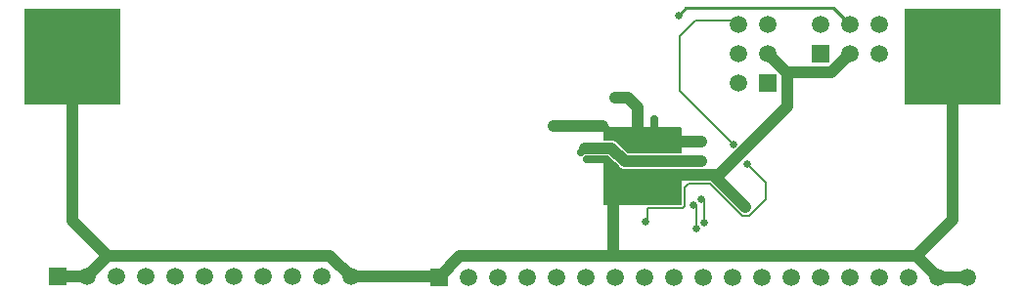
<source format=gbr>
G04 DipTrace 3.0.0.2*
G04 Bottom.gbr*
%MOIN*%
G04 #@! TF.FileFunction,Copper,L2,Bot*
G04 #@! TF.Part,Single*
G04 #@! TA.AperFunction,CopperBalancing*
%ADD13C,0.006*%
G04 #@! TA.AperFunction,Conductor*
%ADD14C,0.008*%
G04 #@! TA.AperFunction,ViaPad*
%ADD16C,0.025*%
%ADD19C,0.04*%
G04 #@! TA.AperFunction,Conductor*
%ADD21C,0.01*%
G04 #@! TA.AperFunction,ComponentPad*
%ADD22R,0.059055X0.059055*%
%ADD23C,0.059055*%
%ADD32R,0.325X0.325*%
%FSLAX26Y26*%
G04*
G70*
G90*
G75*
G01*
G04 Bottom*
%LPD*%
X2323701Y869701D2*
D16*
X2337213Y883213D1*
D19*
X2426685D1*
X2472197Y837701D1*
X2734701D1*
X2572685Y981213D2*
D16*
Y919213D1*
X2535685Y882213D1*
X2517701Y1020701D2*
D19*
Y931197D1*
X2541685Y907213D1*
X2619685D1*
D16*
X2632685Y920213D1*
X2738685Y791213D2*
D19*
X2542685D1*
D14*
X2535685Y798213D1*
X2341685Y844213D2*
D16*
X2402685D1*
D14*
X2453685Y793213D1*
X2530685D1*
X2535685Y798213D1*
Y882213D2*
X2594685D1*
X2632685Y920213D1*
X2884685Y681213D2*
D19*
X2774685Y791213D1*
X2738685D1*
X2732701Y905701D2*
X2647197D1*
D16*
X2632685Y920213D1*
X1538701Y443701D2*
D19*
X1836701D1*
X1838701Y441701D1*
X538701Y443701D2*
X638701D1*
X3538701Y441701D2*
X3638701D1*
X638701Y443701D2*
X709701Y514701D1*
X1467701D1*
X1538701Y443701D1*
X1838701Y441701D2*
X1910701Y513701D1*
X2432685D1*
X3466701D1*
X3473637Y506765D1*
X3538701Y441701D1*
X2432685Y720213D2*
Y513701D1*
X2229213Y958213D2*
X2397685D1*
D16*
X2411705Y944193D1*
X2434685Y921213D1*
X2738685Y791213D2*
D19*
X2794213D1*
X3026701Y1023701D1*
Y1139701D1*
X2960701Y1205701D1*
X2432685Y720213D2*
D13*
X2457685D1*
X2535685Y798213D1*
X3588701Y1193701D2*
D19*
Y637701D1*
X3473637Y522637D1*
Y506765D1*
X588701Y1193701D2*
Y635701D1*
X709701Y514701D1*
X3025701Y1140701D2*
X3175701D1*
X3238701Y1203701D1*
X2517701Y1020701D2*
X2484701Y1053701D1*
X2438701D1*
X2655701Y1335701D2*
D21*
X2680701Y1360701D1*
X3181701D1*
X3238701Y1303701D1*
X2542701Y630701D2*
D13*
X2549701D1*
Y677701D1*
X2669701D1*
X2676701Y684701D1*
Y749701D1*
X2688701Y761701D1*
X2762701D1*
X2872701Y651701D1*
X2896701D1*
X2953701Y708701D1*
Y763701D1*
X2890701Y826701D1*
X2842701Y894701D2*
Y893701D1*
X2658701Y1077701D1*
Y1263701D1*
X2714701Y1319701D1*
X2846701D1*
X2860701Y1305701D1*
X2707701Y687701D2*
X2717701D1*
Y609701D1*
X2732701Y707701D2*
X2742701D1*
Y628701D1*
D16*
X2323701Y869701D3*
D19*
X2734701Y837701D3*
D3*
X2738685Y791213D3*
D16*
X2341685Y844213D3*
D19*
X2884685Y681213D3*
X2738685Y791213D3*
X2732701Y905701D3*
X2229213Y958213D3*
X2738685Y791213D3*
D16*
X2655701Y1335701D3*
X2542701Y630701D3*
X2890701Y826701D3*
X2842701Y894701D3*
X2717701Y609701D3*
X2742701Y628701D3*
X2434685Y921213D3*
X2432685Y720213D3*
X2632685Y722213D3*
Y920213D3*
X2535685Y798213D3*
Y882213D3*
X2572685Y981213D3*
D19*
X2517701Y1020701D3*
D16*
X2707701Y687701D3*
X2732701Y707701D3*
D19*
X2438701Y1053701D3*
X2404285Y945344D2*
D13*
X2664086D1*
X2404285Y939475D2*
X2664086D1*
X2404285Y933607D2*
X2664086D1*
X2404285Y927738D2*
X2664086D1*
X2404285Y921869D2*
X2664086D1*
X2404285Y916000D2*
X2664086D1*
X2438673Y910131D2*
X2664086D1*
X2447557Y904263D2*
X2664086D1*
X2453440Y898394D2*
X2664086D1*
X2459311Y892525D2*
X2664086D1*
X2465170Y886656D2*
X2664086D1*
X2471041Y880788D2*
X2664086D1*
X2476912Y874919D2*
X2664086D1*
X2482784Y869050D2*
X2664086D1*
X2404285Y851444D2*
X2416521D1*
X2404285Y845575D2*
X2422391D1*
X2404285Y839706D2*
X2428263D1*
X2404285Y833837D2*
X2434122D1*
X2404285Y827969D2*
X2439994D1*
X2404285Y822100D2*
X2445865D1*
X2404285Y816231D2*
X2451771D1*
X2404285Y810362D2*
X2461263D1*
X2404285Y804494D2*
X2664086D1*
X2404285Y798625D2*
X2664086D1*
X2404285Y792756D2*
X2664086D1*
X2404285Y786887D2*
X2664086D1*
X2404285Y781019D2*
X2664086D1*
X2404285Y775150D2*
X2664086D1*
X2404285Y769281D2*
X2664086D1*
X2404285Y763412D2*
X2664086D1*
X2404285Y757544D2*
X2664086D1*
X2404285Y751675D2*
X2664086D1*
X2404285Y745806D2*
X2664086D1*
X2404285Y739937D2*
X2664086D1*
X2404285Y734068D2*
X2664086D1*
X2404285Y728200D2*
X2664086D1*
X2404285Y722331D2*
X2664086D1*
X2404285Y716462D2*
X2664086D1*
X2404285Y710593D2*
X2664086D1*
X2404285Y704725D2*
X2664086D1*
X2404285Y698856D2*
X2664086D1*
X2404285Y692987D2*
X2664086D1*
X2403670Y912453D2*
X2426685D1*
X2428979Y912362D1*
X2431259Y912093D1*
X2433511Y911645D1*
X2435721Y911021D1*
X2437876Y910227D1*
X2439960Y909265D1*
X2441963Y908145D1*
X2443872Y906869D1*
X2445675Y905448D1*
X2447361Y903889D1*
X2484327Y866923D1*
X2664701Y866941D1*
X2664685Y951213D1*
X2403685D1*
Y912436D1*
X2414603Y853973D2*
X2403681D1*
X2403685Y690213D1*
X2664685D1*
Y808466D1*
X2472197Y808461D1*
X2469903Y808551D1*
X2467622Y808820D1*
X2465372Y809269D1*
X2463162Y809893D1*
X2461007Y810687D1*
X2458923Y811649D1*
X2456919Y812769D1*
X2455011Y814045D1*
X2453208Y815466D1*
X2451521Y817025D1*
X2414555Y853991D1*
D22*
X538701Y443701D3*
D23*
X638701D3*
X738701D3*
X838701D3*
X938701D3*
X1038701D3*
X1138701D3*
X1238701D3*
X1338701D3*
X1438701D3*
X1538701D3*
D22*
X1838701Y441701D3*
D23*
X1938701D3*
X2038701D3*
X2138701D3*
X2238701D3*
X2338701D3*
X2438701D3*
X2538701D3*
X2638701D3*
X2738701D3*
X2838701D3*
X2938701D3*
X3038701D3*
X3138701D3*
X3238701D3*
X3338701D3*
X3438701D3*
X3538701D3*
X3638701D3*
D22*
X3138701Y1203701D3*
D23*
Y1303701D3*
X3238701Y1203701D3*
Y1303701D3*
X3338701Y1203701D3*
Y1303701D3*
D22*
X2960701Y1105701D3*
D23*
X2860701D3*
X2960701Y1205701D3*
X2860701D3*
X2960701Y1305701D3*
X2860701D3*
D32*
X3588701Y1193701D3*
X588701D3*
M02*

</source>
